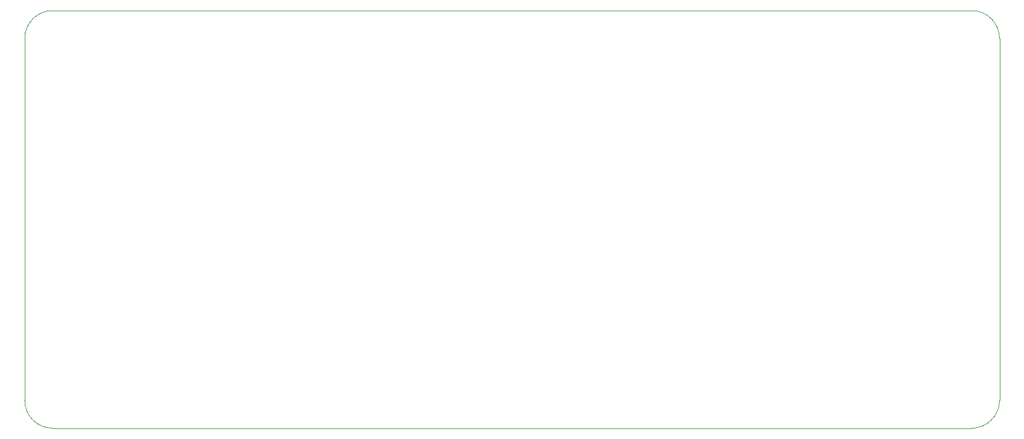
<source format=gm1>
G04 #@! TF.GenerationSoftware,KiCad,Pcbnew,8.0.4*
G04 #@! TF.CreationDate,2024-11-10T20:41:49+01:00*
G04 #@! TF.ProjectId,SchrackMulticlock,53636872-6163-46b4-9d75-6c7469636c6f,v0.0.4*
G04 #@! TF.SameCoordinates,Original*
G04 #@! TF.FileFunction,Profile,NP*
%FSLAX46Y46*%
G04 Gerber Fmt 4.6, Leading zero omitted, Abs format (unit mm)*
G04 Created by KiCad (PCBNEW 8.0.4) date 2024-11-10 20:41:49*
%MOMM*%
%LPD*%
G01*
G04 APERTURE LIST*
G04 #@! TA.AperFunction,Profile*
%ADD10C,0.100000*%
G04 #@! TD*
G04 APERTURE END LIST*
D10*
X258820000Y-58830000D02*
X126820000Y-58830000D01*
X126820000Y-118830000D02*
X258820000Y-118830000D01*
X126820000Y-118830000D02*
G75*
G02*
X122820000Y-114830000I0J4000000D01*
G01*
X258820000Y-58830000D02*
G75*
G02*
X262820000Y-62830000I0J-4000000D01*
G01*
X122820000Y-62830000D02*
G75*
G02*
X126820000Y-58830000I4000000J0D01*
G01*
X262820000Y-114830000D02*
G75*
G02*
X258820000Y-118830000I-4000000J0D01*
G01*
X122820000Y-62830000D02*
X122820000Y-114830000D01*
X262820000Y-114830000D02*
X262820000Y-62830000D01*
M02*

</source>
